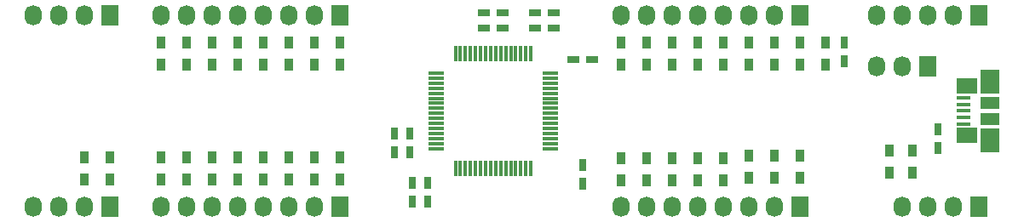
<source format=gbr>
G04 #@! TF.FileFunction,Soldermask,Top*
%FSLAX46Y46*%
G04 Gerber Fmt 4.6, Leading zero omitted, Abs format (unit mm)*
G04 Created by KiCad (PCBNEW 4.0.1-stable) date 2017年02月15日水曜日 20:21:17*
%MOMM*%
G01*
G04 APERTURE LIST*
%ADD10C,0.100000*%
%ADD11R,0.750000X1.200000*%
%ADD12R,1.200000X0.750000*%
%ADD13R,1.727200X2.032000*%
%ADD14O,1.727200X2.032000*%
%ADD15R,1.350000X0.400000*%
%ADD16R,2.000000X1.500000*%
%ADD17R,1.900000X2.400000*%
%ADD18R,1.900000X1.300000*%
%ADD19R,0.900000X1.200000*%
%ADD20R,1.500000X0.300000*%
%ADD21R,0.300000X1.500000*%
G04 APERTURE END LIST*
D10*
D11*
X135001000Y-98105000D03*
X135001000Y-96205000D03*
X136525000Y-98105000D03*
X136525000Y-96205000D03*
D12*
X145730000Y-84201000D03*
X143830000Y-84201000D03*
X145730000Y-85725000D03*
X143830000Y-85725000D03*
D11*
X136779000Y-103058000D03*
X136779000Y-101158000D03*
X138303000Y-103058000D03*
X138303000Y-101158000D03*
D12*
X148910000Y-84201000D03*
X150810000Y-84201000D03*
X148910000Y-85725000D03*
X150810000Y-85725000D03*
D11*
X153670000Y-99380000D03*
X153670000Y-101280000D03*
D12*
X152720000Y-88900000D03*
X154620000Y-88900000D03*
D11*
X179705000Y-87188000D03*
X179705000Y-89088000D03*
X188976000Y-95824000D03*
X188976000Y-97724000D03*
D13*
X175260000Y-84455000D03*
D14*
X172720000Y-84455000D03*
X170180000Y-84455000D03*
X167640000Y-84455000D03*
X165100000Y-84455000D03*
X162560000Y-84455000D03*
X160020000Y-84455000D03*
X157480000Y-84455000D03*
D13*
X129540000Y-84455000D03*
D14*
X127000000Y-84455000D03*
X124460000Y-84455000D03*
X121920000Y-84455000D03*
X119380000Y-84455000D03*
X116840000Y-84455000D03*
X114300000Y-84455000D03*
X111760000Y-84455000D03*
D13*
X129540000Y-103505000D03*
D14*
X127000000Y-103505000D03*
X124460000Y-103505000D03*
X121920000Y-103505000D03*
X119380000Y-103505000D03*
X116840000Y-103505000D03*
X114300000Y-103505000D03*
X111760000Y-103505000D03*
D13*
X175260000Y-103505000D03*
D14*
X172720000Y-103505000D03*
X170180000Y-103505000D03*
X167640000Y-103505000D03*
X165100000Y-103505000D03*
X162560000Y-103505000D03*
X160020000Y-103505000D03*
X157480000Y-103505000D03*
D13*
X193040000Y-84455000D03*
D14*
X190500000Y-84455000D03*
X187960000Y-84455000D03*
X185420000Y-84455000D03*
X182880000Y-84455000D03*
D13*
X106680000Y-84455000D03*
D14*
X104140000Y-84455000D03*
X101600000Y-84455000D03*
X99060000Y-84455000D03*
D13*
X106680000Y-103505000D03*
D14*
X104140000Y-103505000D03*
X101600000Y-103505000D03*
X99060000Y-103505000D03*
D13*
X193040000Y-103505000D03*
D14*
X190500000Y-103505000D03*
X187960000Y-103505000D03*
X185420000Y-103505000D03*
D13*
X187960000Y-89535000D03*
D14*
X185420000Y-89535000D03*
X182880000Y-89535000D03*
D15*
X191515000Y-95280000D03*
X191515000Y-94630000D03*
X191515000Y-93980000D03*
X191515000Y-93330000D03*
X191515000Y-92680000D03*
D16*
X191840000Y-96430000D03*
X191840000Y-91530000D03*
D17*
X194190000Y-96880000D03*
X194190000Y-91080000D03*
D18*
X194190000Y-94780000D03*
X194190000Y-93180000D03*
D19*
X175260000Y-87165000D03*
X175260000Y-89365000D03*
X172720000Y-87165000D03*
X172720000Y-89365000D03*
X170180000Y-87165000D03*
X170180000Y-89365000D03*
X167640000Y-87165000D03*
X167640000Y-89365000D03*
X165100000Y-87165000D03*
X165100000Y-89365000D03*
X162560000Y-87165000D03*
X162560000Y-89365000D03*
X160020000Y-87165000D03*
X160020000Y-89365000D03*
X157480000Y-87165000D03*
X157480000Y-89365000D03*
X129540000Y-89365000D03*
X129540000Y-87165000D03*
X127000000Y-89365000D03*
X127000000Y-87165000D03*
X124460000Y-89365000D03*
X124460000Y-87165000D03*
X121920000Y-89365000D03*
X121920000Y-87165000D03*
X119380000Y-89365000D03*
X119380000Y-87165000D03*
X116840000Y-89365000D03*
X116840000Y-87165000D03*
X114300000Y-89365000D03*
X114300000Y-87165000D03*
X111760000Y-89365000D03*
X111760000Y-87165000D03*
X111760000Y-98595000D03*
X111760000Y-100795000D03*
X114300000Y-98595000D03*
X114300000Y-100795000D03*
X116840000Y-98595000D03*
X116840000Y-100795000D03*
X119380000Y-98595000D03*
X119380000Y-100795000D03*
X121920000Y-98595000D03*
X121920000Y-100795000D03*
X124460000Y-98595000D03*
X124460000Y-100795000D03*
X127000000Y-98595000D03*
X127000000Y-100795000D03*
X129540000Y-98595000D03*
X129540000Y-100795000D03*
X157480000Y-98722000D03*
X157480000Y-100922000D03*
X160020000Y-98722000D03*
X160020000Y-100922000D03*
X162560000Y-98722000D03*
X162560000Y-100922000D03*
X165100000Y-98722000D03*
X165100000Y-100922000D03*
X167640000Y-98722000D03*
X167640000Y-100922000D03*
X170180000Y-98468000D03*
X170180000Y-100668000D03*
X172720000Y-98468000D03*
X172720000Y-100668000D03*
X175260000Y-98468000D03*
X175260000Y-100668000D03*
X177800000Y-89365000D03*
X177800000Y-87165000D03*
X186436000Y-97960000D03*
X186436000Y-100160000D03*
X184150000Y-97960000D03*
X184150000Y-100160000D03*
D20*
X139080000Y-90230000D03*
X139080000Y-90730000D03*
X139080000Y-91230000D03*
X139080000Y-91730000D03*
X139080000Y-92230000D03*
X139080000Y-92730000D03*
X139080000Y-93230000D03*
X139080000Y-93730000D03*
X139080000Y-94230000D03*
X139080000Y-94730000D03*
X139080000Y-95230000D03*
X139080000Y-95730000D03*
X139080000Y-96230000D03*
X139080000Y-96730000D03*
X139080000Y-97230000D03*
X139080000Y-97730000D03*
D21*
X141030000Y-99680000D03*
X141530000Y-99680000D03*
X142030000Y-99680000D03*
X142530000Y-99680000D03*
X143030000Y-99680000D03*
X143530000Y-99680000D03*
X144030000Y-99680000D03*
X144530000Y-99680000D03*
X145030000Y-99680000D03*
X145530000Y-99680000D03*
X146030000Y-99680000D03*
X146530000Y-99680000D03*
X147030000Y-99680000D03*
X147530000Y-99680000D03*
X148030000Y-99680000D03*
X148530000Y-99680000D03*
D20*
X150480000Y-97730000D03*
X150480000Y-97230000D03*
X150480000Y-96730000D03*
X150480000Y-96230000D03*
X150480000Y-95730000D03*
X150480000Y-95230000D03*
X150480000Y-94730000D03*
X150480000Y-94230000D03*
X150480000Y-93730000D03*
X150480000Y-93230000D03*
X150480000Y-92730000D03*
X150480000Y-92230000D03*
X150480000Y-91730000D03*
X150480000Y-91230000D03*
X150480000Y-90730000D03*
X150480000Y-90230000D03*
D21*
X148530000Y-88280000D03*
X148030000Y-88280000D03*
X147530000Y-88280000D03*
X147030000Y-88280000D03*
X146530000Y-88280000D03*
X146030000Y-88280000D03*
X145530000Y-88280000D03*
X145030000Y-88280000D03*
X144530000Y-88280000D03*
X144030000Y-88280000D03*
X143530000Y-88280000D03*
X143030000Y-88280000D03*
X142530000Y-88280000D03*
X142030000Y-88280000D03*
X141530000Y-88280000D03*
X141030000Y-88280000D03*
D19*
X104140000Y-98595000D03*
X104140000Y-100795000D03*
X106680000Y-98595000D03*
X106680000Y-100795000D03*
M02*

</source>
